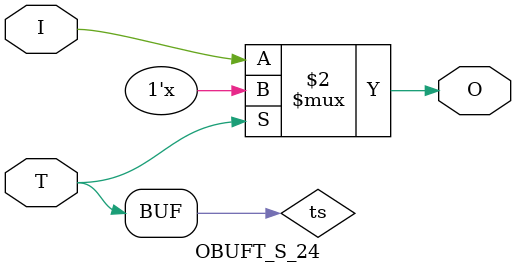
<source format=v>

/*

FUNCTION	: TRI-STATE OUTPUT BUFFER

*/

`celldefine
`timescale  100 ps / 10 ps

module OBUFT_S_24 (O, I, T);

    output O;

    input  I, T;

    or O1 (ts, 1'b0, T);
    bufif0 T1 (O, I, ts);

endmodule

</source>
